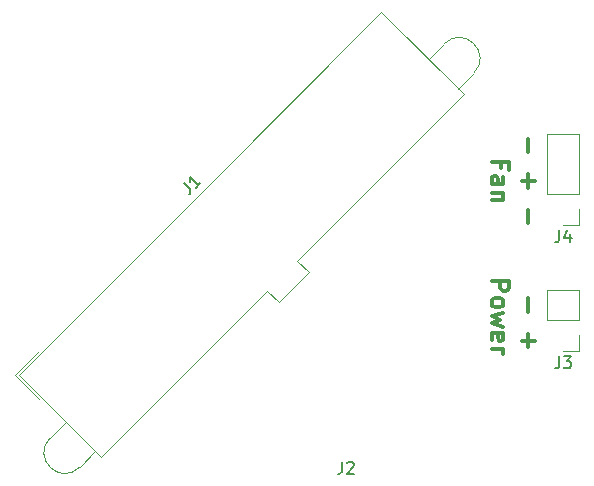
<source format=gbr>
G04 #@! TF.GenerationSoftware,KiCad,Pcbnew,5.0.0-fee4fd1~65~ubuntu17.10.1*
G04 #@! TF.CreationDate,2018-07-28T17:47:53-07:00*
G04 #@! TF.ProjectId,_autosave-ATX2PCjr,5F6175746F736176652D415458325043,rev?*
G04 #@! TF.SameCoordinates,Original*
G04 #@! TF.FileFunction,Legend,Top*
G04 #@! TF.FilePolarity,Positive*
%FSLAX46Y46*%
G04 Gerber Fmt 4.6, Leading zero omitted, Abs format (unit mm)*
G04 Created by KiCad (PCBNEW 5.0.0-fee4fd1~65~ubuntu17.10.1) date Sat Jul 28 17:47:53 2018*
%MOMM*%
%LPD*%
G01*
G04 APERTURE LIST*
%ADD10C,0.300000*%
%ADD11C,0.120000*%
%ADD12C,0.150000*%
G04 APERTURE END LIST*
D10*
X140867857Y-65810000D02*
X140867857Y-66952857D01*
X140867857Y-68810000D02*
X140867857Y-69952857D01*
X140296428Y-69381428D02*
X141439285Y-69381428D01*
X137746428Y-64345714D02*
X139246428Y-64345714D01*
X139246428Y-64917142D01*
X139175000Y-65060000D01*
X139103571Y-65131428D01*
X138960714Y-65202857D01*
X138746428Y-65202857D01*
X138603571Y-65131428D01*
X138532142Y-65060000D01*
X138460714Y-64917142D01*
X138460714Y-64345714D01*
X137746428Y-66060000D02*
X137817857Y-65917142D01*
X137889285Y-65845714D01*
X138032142Y-65774285D01*
X138460714Y-65774285D01*
X138603571Y-65845714D01*
X138675000Y-65917142D01*
X138746428Y-66060000D01*
X138746428Y-66274285D01*
X138675000Y-66417142D01*
X138603571Y-66488571D01*
X138460714Y-66560000D01*
X138032142Y-66560000D01*
X137889285Y-66488571D01*
X137817857Y-66417142D01*
X137746428Y-66274285D01*
X137746428Y-66060000D01*
X138746428Y-67060000D02*
X137746428Y-67345714D01*
X138460714Y-67631428D01*
X137746428Y-67917142D01*
X138746428Y-68202857D01*
X137817857Y-69345714D02*
X137746428Y-69202857D01*
X137746428Y-68917142D01*
X137817857Y-68774285D01*
X137960714Y-68702857D01*
X138532142Y-68702857D01*
X138675000Y-68774285D01*
X138746428Y-68917142D01*
X138746428Y-69202857D01*
X138675000Y-69345714D01*
X138532142Y-69417142D01*
X138389285Y-69417142D01*
X138246428Y-68702857D01*
X137746428Y-70060000D02*
X138746428Y-70060000D01*
X138460714Y-70060000D02*
X138603571Y-70131428D01*
X138675000Y-70202857D01*
X138746428Y-70345714D01*
X138746428Y-70488571D01*
X140867857Y-52308571D02*
X140867857Y-53451428D01*
X140867857Y-55308571D02*
X140867857Y-56451428D01*
X140296428Y-55880000D02*
X141439285Y-55880000D01*
X140867857Y-58308571D02*
X140867857Y-59451428D01*
X138532142Y-54737142D02*
X138532142Y-54237142D01*
X137746428Y-54237142D02*
X139246428Y-54237142D01*
X139246428Y-54951428D01*
X137746428Y-56165714D02*
X138532142Y-56165714D01*
X138675000Y-56094285D01*
X138746428Y-55951428D01*
X138746428Y-55665714D01*
X138675000Y-55522857D01*
X137817857Y-56165714D02*
X137746428Y-56022857D01*
X137746428Y-55665714D01*
X137817857Y-55522857D01*
X137960714Y-55451428D01*
X138103571Y-55451428D01*
X138246428Y-55522857D01*
X138317857Y-55665714D01*
X138317857Y-56022857D01*
X138389285Y-56165714D01*
X138746428Y-56880000D02*
X137746428Y-56880000D01*
X138603571Y-56880000D02*
X138675000Y-56951428D01*
X138746428Y-57094285D01*
X138746428Y-57308571D01*
X138675000Y-57451428D01*
X138532142Y-57522857D01*
X137746428Y-57522857D01*
D11*
G04 #@! TO.C,J1*
X100376666Y-77621954D02*
G75*
G03X102865682Y-80110970I1244508J-1244508D01*
G01*
X136241122Y-46735530D02*
G75*
G03X133752106Y-44246514I-1244508J1244508D01*
G01*
X100376666Y-77621954D02*
X101713098Y-76285522D01*
X102865682Y-80110970D02*
X104202114Y-78774538D01*
X133752106Y-44246514D02*
X132415675Y-45582946D01*
X136241122Y-46735530D02*
X134904690Y-48071962D01*
X113076304Y-56946152D02*
X97725016Y-72297440D01*
X97725016Y-72297440D02*
X104668805Y-79241229D01*
X104668805Y-79241229D02*
X118740229Y-65169804D01*
X118740229Y-65169804D02*
X119730179Y-66159753D01*
X119730179Y-66159753D02*
X121010042Y-64879890D01*
X113076304Y-56946152D02*
X128427592Y-41594864D01*
X128427592Y-41594864D02*
X135371381Y-48538652D01*
X135371381Y-48538652D02*
X121299956Y-62610077D01*
X121299956Y-62610077D02*
X122289906Y-63600027D01*
X122289906Y-63600027D02*
X121010042Y-64879890D01*
X99400859Y-70282186D02*
X97385605Y-72297440D01*
X97385605Y-72297440D02*
X99400859Y-74312694D01*
G04 #@! TO.C,J3*
X145140000Y-65080000D02*
X142480000Y-65080000D01*
X145140000Y-67680000D02*
X145140000Y-65080000D01*
X142480000Y-67680000D02*
X142480000Y-65080000D01*
X145140000Y-67680000D02*
X142480000Y-67680000D01*
X145140000Y-68950000D02*
X145140000Y-70280000D01*
X145140000Y-70280000D02*
X143810000Y-70280000D01*
G04 #@! TO.C,J4*
X145140000Y-51860000D02*
X142480000Y-51860000D01*
X145140000Y-57000000D02*
X145140000Y-51860000D01*
X142480000Y-57000000D02*
X142480000Y-51860000D01*
X145140000Y-57000000D02*
X142480000Y-57000000D01*
X145140000Y-58270000D02*
X145140000Y-59600000D01*
X145140000Y-59600000D02*
X143810000Y-59600000D01*
G04 #@! TO.C,J1*
D12*
X111682630Y-56023882D02*
X112187706Y-56528958D01*
X112255050Y-56663645D01*
X112255050Y-56798332D01*
X112187706Y-56933019D01*
X112120363Y-57000362D01*
X113096844Y-56023882D02*
X112692783Y-56427943D01*
X112894813Y-56225912D02*
X112187706Y-55518805D01*
X112221378Y-55687164D01*
X112221378Y-55821851D01*
X112187706Y-55922866D01*
G04 #@! TO.C,J2*
X125096666Y-79642380D02*
X125096666Y-80356666D01*
X125049047Y-80499523D01*
X124953809Y-80594761D01*
X124810952Y-80642380D01*
X124715714Y-80642380D01*
X125525238Y-79737619D02*
X125572857Y-79690000D01*
X125668095Y-79642380D01*
X125906190Y-79642380D01*
X126001428Y-79690000D01*
X126049047Y-79737619D01*
X126096666Y-79832857D01*
X126096666Y-79928095D01*
X126049047Y-80070952D01*
X125477619Y-80642380D01*
X126096666Y-80642380D01*
G04 #@! TO.C,J3*
X143476666Y-70732380D02*
X143476666Y-71446666D01*
X143429047Y-71589523D01*
X143333809Y-71684761D01*
X143190952Y-71732380D01*
X143095714Y-71732380D01*
X143857619Y-70732380D02*
X144476666Y-70732380D01*
X144143333Y-71113333D01*
X144286190Y-71113333D01*
X144381428Y-71160952D01*
X144429047Y-71208571D01*
X144476666Y-71303809D01*
X144476666Y-71541904D01*
X144429047Y-71637142D01*
X144381428Y-71684761D01*
X144286190Y-71732380D01*
X144000476Y-71732380D01*
X143905238Y-71684761D01*
X143857619Y-71637142D01*
G04 #@! TO.C,J4*
X143476666Y-60052380D02*
X143476666Y-60766666D01*
X143429047Y-60909523D01*
X143333809Y-61004761D01*
X143190952Y-61052380D01*
X143095714Y-61052380D01*
X144381428Y-60385714D02*
X144381428Y-61052380D01*
X144143333Y-60004761D02*
X143905238Y-60719047D01*
X144524285Y-60719047D01*
G04 #@! TD*
M02*

</source>
